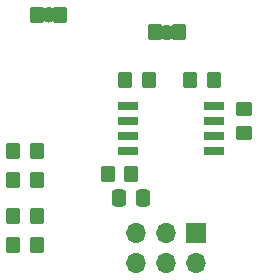
<source format=gbr>
G04 #@! TF.GenerationSoftware,KiCad,Pcbnew,8.0.7*
G04 #@! TF.CreationDate,2025-01-23T10:02:08+01:00*
G04 #@! TF.ProjectId,hackaday-eu-2025-sao-doge,6861636b-6164-4617-992d-65752d323032,rev?*
G04 #@! TF.SameCoordinates,Original*
G04 #@! TF.FileFunction,Soldermask,Top*
G04 #@! TF.FilePolarity,Negative*
%FSLAX46Y46*%
G04 Gerber Fmt 4.6, Leading zero omitted, Abs format (unit mm)*
G04 Created by KiCad (PCBNEW 8.0.7) date 2025-01-23 10:02:08*
%MOMM*%
%LPD*%
G01*
G04 APERTURE LIST*
G04 Aperture macros list*
%AMRoundRect*
0 Rectangle with rounded corners*
0 $1 Rounding radius*
0 $2 $3 $4 $5 $6 $7 $8 $9 X,Y pos of 4 corners*
0 Add a 4 corners polygon primitive as box body*
4,1,4,$2,$3,$4,$5,$6,$7,$8,$9,$2,$3,0*
0 Add four circle primitives for the rounded corners*
1,1,$1+$1,$2,$3*
1,1,$1+$1,$4,$5*
1,1,$1+$1,$6,$7*
1,1,$1+$1,$8,$9*
0 Add four rect primitives between the rounded corners*
20,1,$1+$1,$2,$3,$4,$5,0*
20,1,$1+$1,$4,$5,$6,$7,0*
20,1,$1+$1,$6,$7,$8,$9,0*
20,1,$1+$1,$8,$9,$2,$3,0*%
G04 Aperture macros list end*
%ADD10C,0.650000*%
%ADD11RoundRect,0.250000X-0.350000X-0.450000X0.350000X-0.450000X0.350000X0.450000X-0.350000X0.450000X0*%
%ADD12RoundRect,0.250000X0.350000X0.450000X-0.350000X0.450000X-0.350000X-0.450000X0.350000X-0.450000X0*%
%ADD13R,1.700000X1.700000*%
%ADD14O,1.700000X1.700000*%
%ADD15R,1.700000X0.650000*%
%ADD16RoundRect,0.250000X0.450000X-0.350000X0.450000X0.350000X-0.450000X0.350000X-0.450000X-0.350000X0*%
%ADD17RoundRect,0.250000X0.337500X0.475000X-0.337500X0.475000X-0.337500X-0.475000X0.337500X-0.475000X0*%
G04 APERTURE END LIST*
D10*
X135325000Y-44000000D02*
G75*
G02*
X134675000Y-44000000I-325000J0D01*
G01*
X134675000Y-44000000D02*
G75*
G02*
X135325000Y-44000000I325000J0D01*
G01*
X125325000Y-42500000D02*
G75*
G02*
X124675000Y-42500000I-325000J0D01*
G01*
X124675000Y-42500000D02*
G75*
G02*
X125325000Y-42500000I325000J0D01*
G01*
D11*
X122000000Y-59500000D03*
X124000000Y-59500000D03*
X122000000Y-62000000D03*
X124000000Y-62000000D03*
D12*
X133500000Y-48000000D03*
X131500000Y-48000000D03*
D13*
X137500000Y-61000000D03*
D14*
X137500000Y-63540000D03*
X134960000Y-61000000D03*
X134960000Y-63540000D03*
X132420000Y-61000000D03*
X132420000Y-63540000D03*
D11*
X136000000Y-44000000D03*
X134000000Y-44000000D03*
X122000000Y-56500000D03*
X124000000Y-56500000D03*
X122000000Y-54000000D03*
X124000000Y-54000000D03*
D15*
X131700000Y-50190000D03*
X131700000Y-51460000D03*
X131700000Y-52730000D03*
X131700000Y-54000000D03*
X139000000Y-54000000D03*
X139000000Y-52730000D03*
X139000000Y-51460000D03*
X139000000Y-50190000D03*
D16*
X141500000Y-52500000D03*
X141500000Y-50500000D03*
D12*
X132000000Y-56000000D03*
X130000000Y-56000000D03*
D11*
X137000000Y-48000000D03*
X139000000Y-48000000D03*
D12*
X126000000Y-42500000D03*
X124000000Y-42500000D03*
D17*
X133000000Y-58000000D03*
X130925000Y-58000000D03*
M02*

</source>
